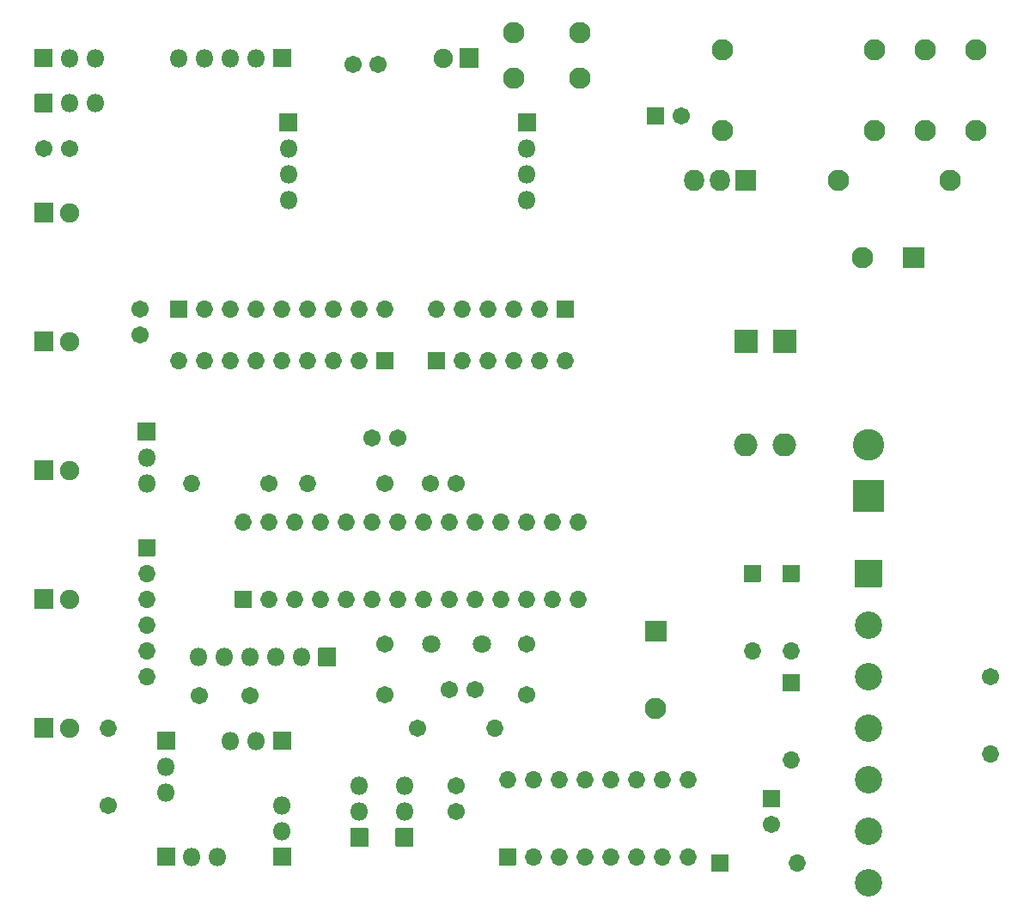
<source format=gbr>
G04 #@! TF.GenerationSoftware,KiCad,Pcbnew,(5.1.9)-1*
G04 #@! TF.CreationDate,2021-04-09T18:55:09-07:00*
G04 #@! TF.ProjectId,DSAMKVID,4453414d-4b56-4494-942e-6b696361645f,rev?*
G04 #@! TF.SameCoordinates,Original*
G04 #@! TF.FileFunction,Soldermask,Bot*
G04 #@! TF.FilePolarity,Negative*
%FSLAX46Y46*%
G04 Gerber Fmt 4.6, Leading zero omitted, Abs format (unit mm)*
G04 Created by KiCad (PCBNEW (5.1.9)-1) date 2021-04-09 18:55:09*
%MOMM*%
%LPD*%
G01*
G04 APERTURE LIST*
%ADD10C,2.702000*%
%ADD11O,1.702000X1.702000*%
%ADD12C,1.702000*%
%ADD13C,3.102000*%
%ADD14C,1.902000*%
%ADD15O,1.802000X1.802000*%
%ADD16C,2.102000*%
%ADD17C,1.802000*%
%ADD18O,2.302000X2.302000*%
%ADD19O,2.007000X2.102000*%
G04 APERTURE END LIST*
D10*
X181610000Y-137795000D03*
X181610000Y-132715000D03*
X181610000Y-127635000D03*
X181610000Y-122555000D03*
X181610000Y-117475000D03*
X181610000Y-112395000D03*
G36*
G01*
X180310000Y-105964000D02*
X182910000Y-105964000D01*
G75*
G02*
X182961000Y-106015000I0J-51000D01*
G01*
X182961000Y-108615000D01*
G75*
G02*
X182910000Y-108666000I-51000J0D01*
G01*
X180310000Y-108666000D01*
G75*
G02*
X180259000Y-108615000I0J51000D01*
G01*
X180259000Y-106015000D01*
G75*
G02*
X180310000Y-105964000I51000J0D01*
G01*
G37*
D11*
X139065000Y-81280000D03*
X141605000Y-81280000D03*
X144145000Y-81280000D03*
X146685000Y-81280000D03*
X149225000Y-81280000D03*
G36*
G01*
X152616000Y-80480000D02*
X152616000Y-82080000D01*
G75*
G02*
X152565000Y-82131000I-51000J0D01*
G01*
X150965000Y-82131000D01*
G75*
G02*
X150914000Y-82080000I0J51000D01*
G01*
X150914000Y-80480000D01*
G75*
G02*
X150965000Y-80429000I51000J0D01*
G01*
X152565000Y-80429000D01*
G75*
G02*
X152616000Y-80480000I0J-51000D01*
G01*
G37*
X151765000Y-86360000D03*
X149225000Y-86360000D03*
X146685000Y-86360000D03*
X144145000Y-86360000D03*
X141605000Y-86360000D03*
G36*
G01*
X138214000Y-87160000D02*
X138214000Y-85560000D01*
G75*
G02*
X138265000Y-85509000I51000J0D01*
G01*
X139865000Y-85509000D01*
G75*
G02*
X139916000Y-85560000I0J-51000D01*
G01*
X139916000Y-87160000D01*
G75*
G02*
X139865000Y-87211000I-51000J0D01*
G01*
X138265000Y-87211000D01*
G75*
G02*
X138214000Y-87160000I0J51000D01*
G01*
G37*
D12*
X115650000Y-119380000D03*
X120650000Y-119380000D03*
X109855000Y-83780000D03*
X109855000Y-81280000D03*
X135215000Y-93980000D03*
X132715000Y-93980000D03*
X100370000Y-65405000D03*
X102870000Y-65405000D03*
X133310000Y-57150000D03*
X130810000Y-57150000D03*
X142835000Y-118745000D03*
X140335000Y-118745000D03*
X140970000Y-130770000D03*
X140970000Y-128270000D03*
X138470000Y-98425000D03*
X140970000Y-98425000D03*
D13*
X181610000Y-94615000D03*
G36*
G01*
X183110000Y-101246000D02*
X180110000Y-101246000D01*
G75*
G02*
X180059000Y-101195000I0J51000D01*
G01*
X180059000Y-98195000D01*
G75*
G02*
X180110000Y-98144000I51000J0D01*
G01*
X183110000Y-98144000D01*
G75*
G02*
X183161000Y-98195000I0J-51000D01*
G01*
X183161000Y-101195000D01*
G75*
G02*
X183110000Y-101246000I-51000J0D01*
G01*
G37*
G36*
G01*
X120815000Y-110706000D02*
X119215000Y-110706000D01*
G75*
G02*
X119164000Y-110655000I0J51000D01*
G01*
X119164000Y-109055000D01*
G75*
G02*
X119215000Y-109004000I51000J0D01*
G01*
X120815000Y-109004000D01*
G75*
G02*
X120866000Y-109055000I0J-51000D01*
G01*
X120866000Y-110655000D01*
G75*
G02*
X120815000Y-110706000I-51000J0D01*
G01*
G37*
D11*
X153035000Y-102235000D03*
X122555000Y-109855000D03*
X150495000Y-102235000D03*
X125095000Y-109855000D03*
X147955000Y-102235000D03*
X127635000Y-109855000D03*
X145415000Y-102235000D03*
X130175000Y-109855000D03*
X142875000Y-102235000D03*
X132715000Y-109855000D03*
X140335000Y-102235000D03*
X135255000Y-109855000D03*
X137795000Y-102235000D03*
X137795000Y-109855000D03*
X135255000Y-102235000D03*
X140335000Y-109855000D03*
X132715000Y-102235000D03*
X142875000Y-109855000D03*
X130175000Y-102235000D03*
X145415000Y-109855000D03*
X127635000Y-102235000D03*
X147955000Y-109855000D03*
X125095000Y-102235000D03*
X150495000Y-109855000D03*
X122555000Y-102235000D03*
X153035000Y-109855000D03*
X120015000Y-102235000D03*
D14*
X102870000Y-84455000D03*
G36*
G01*
X99379000Y-85355000D02*
X99379000Y-83555000D01*
G75*
G02*
X99430000Y-83504000I51000J0D01*
G01*
X101230000Y-83504000D01*
G75*
G02*
X101281000Y-83555000I0J-51000D01*
G01*
X101281000Y-85355000D01*
G75*
G02*
X101230000Y-85406000I-51000J0D01*
G01*
X99430000Y-85406000D01*
G75*
G02*
X99379000Y-85355000I0J51000D01*
G01*
G37*
G36*
G01*
X109589000Y-94195000D02*
X109589000Y-92495000D01*
G75*
G02*
X109640000Y-92444000I51000J0D01*
G01*
X111340000Y-92444000D01*
G75*
G02*
X111391000Y-92495000I0J-51000D01*
G01*
X111391000Y-94195000D01*
G75*
G02*
X111340000Y-94246000I-51000J0D01*
G01*
X109640000Y-94246000D01*
G75*
G02*
X109589000Y-94195000I0J51000D01*
G01*
G37*
D15*
X110490000Y-95885000D03*
X110490000Y-98425000D03*
D11*
X144780000Y-122555000D03*
D12*
X137160000Y-122555000D03*
D15*
X147955000Y-70485000D03*
X147955000Y-67945000D03*
X147955000Y-65405000D03*
G36*
G01*
X147054000Y-63715000D02*
X147054000Y-62015000D01*
G75*
G02*
X147105000Y-61964000I51000J0D01*
G01*
X148805000Y-61964000D01*
G75*
G02*
X148856000Y-62015000I0J-51000D01*
G01*
X148856000Y-63715000D01*
G75*
G02*
X148805000Y-63766000I-51000J0D01*
G01*
X147105000Y-63766000D01*
G75*
G02*
X147054000Y-63715000I0J51000D01*
G01*
G37*
X124460000Y-70485000D03*
X124460000Y-67945000D03*
X124460000Y-65405000D03*
G36*
G01*
X123559000Y-63715000D02*
X123559000Y-62015000D01*
G75*
G02*
X123610000Y-61964000I51000J0D01*
G01*
X125310000Y-61964000D01*
G75*
G02*
X125361000Y-62015000I0J-51000D01*
G01*
X125361000Y-63715000D01*
G75*
G02*
X125310000Y-63766000I-51000J0D01*
G01*
X123610000Y-63766000D01*
G75*
G02*
X123559000Y-63715000I0J51000D01*
G01*
G37*
G36*
G01*
X109690000Y-103924000D02*
X111290000Y-103924000D01*
G75*
G02*
X111341000Y-103975000I0J-51000D01*
G01*
X111341000Y-105575000D01*
G75*
G02*
X111290000Y-105626000I-51000J0D01*
G01*
X109690000Y-105626000D01*
G75*
G02*
X109639000Y-105575000I0J51000D01*
G01*
X109639000Y-103975000D01*
G75*
G02*
X109690000Y-103924000I51000J0D01*
G01*
G37*
D11*
X110490000Y-107315000D03*
X110490000Y-109855000D03*
X110490000Y-112395000D03*
X110490000Y-114935000D03*
X110490000Y-117475000D03*
X193675000Y-125095000D03*
D12*
X193675000Y-117475000D03*
D11*
X113665000Y-86360000D03*
X116205000Y-86360000D03*
X118745000Y-86360000D03*
X121285000Y-86360000D03*
X123825000Y-86360000D03*
X126365000Y-86360000D03*
X128905000Y-86360000D03*
X131445000Y-86360000D03*
G36*
G01*
X134836000Y-85560000D02*
X134836000Y-87160000D01*
G75*
G02*
X134785000Y-87211000I-51000J0D01*
G01*
X133185000Y-87211000D01*
G75*
G02*
X133134000Y-87160000I0J51000D01*
G01*
X133134000Y-85560000D01*
G75*
G02*
X133185000Y-85509000I51000J0D01*
G01*
X134785000Y-85509000D01*
G75*
G02*
X134836000Y-85560000I0J-51000D01*
G01*
G37*
D16*
X160655000Y-120630000D03*
G36*
G01*
X159655000Y-111979000D02*
X161655000Y-111979000D01*
G75*
G02*
X161706000Y-112030000I0J-51000D01*
G01*
X161706000Y-114030000D01*
G75*
G02*
X161655000Y-114081000I-51000J0D01*
G01*
X159655000Y-114081000D01*
G75*
G02*
X159604000Y-114030000I0J51000D01*
G01*
X159604000Y-112030000D01*
G75*
G02*
X159655000Y-111979000I51000J0D01*
G01*
G37*
D11*
X126365000Y-98425000D03*
D12*
X133985000Y-98425000D03*
D11*
X133985000Y-81280000D03*
X131445000Y-81280000D03*
X128905000Y-81280000D03*
X126365000Y-81280000D03*
X123825000Y-81280000D03*
X121285000Y-81280000D03*
X118745000Y-81280000D03*
X116205000Y-81280000D03*
G36*
G01*
X112814000Y-82080000D02*
X112814000Y-80480000D01*
G75*
G02*
X112865000Y-80429000I51000J0D01*
G01*
X114465000Y-80429000D01*
G75*
G02*
X114516000Y-80480000I0J-51000D01*
G01*
X114516000Y-82080000D01*
G75*
G02*
X114465000Y-82131000I-51000J0D01*
G01*
X112865000Y-82131000D01*
G75*
G02*
X112814000Y-82080000I0J51000D01*
G01*
G37*
X170180000Y-114935000D03*
G36*
G01*
X169380000Y-106464000D02*
X170980000Y-106464000D01*
G75*
G02*
X171031000Y-106515000I0J-51000D01*
G01*
X171031000Y-108115000D01*
G75*
G02*
X170980000Y-108166000I-51000J0D01*
G01*
X169380000Y-108166000D01*
G75*
G02*
X169329000Y-108115000I0J51000D01*
G01*
X169329000Y-106515000D01*
G75*
G02*
X169380000Y-106464000I51000J0D01*
G01*
G37*
X173990000Y-114935000D03*
G36*
G01*
X173190000Y-106464000D02*
X174790000Y-106464000D01*
G75*
G02*
X174841000Y-106515000I0J-51000D01*
G01*
X174841000Y-108115000D01*
G75*
G02*
X174790000Y-108166000I-51000J0D01*
G01*
X173190000Y-108166000D01*
G75*
G02*
X173139000Y-108115000I0J51000D01*
G01*
X173139000Y-106515000D01*
G75*
G02*
X173190000Y-106464000I51000J0D01*
G01*
G37*
D15*
X123825000Y-130175000D03*
X123825000Y-132715000D03*
G36*
G01*
X124726000Y-134405000D02*
X124726000Y-136105000D01*
G75*
G02*
X124675000Y-136156000I-51000J0D01*
G01*
X122975000Y-136156000D01*
G75*
G02*
X122924000Y-136105000I0J51000D01*
G01*
X122924000Y-134405000D01*
G75*
G02*
X122975000Y-134354000I51000J0D01*
G01*
X124675000Y-134354000D01*
G75*
G02*
X124726000Y-134405000I0J-51000D01*
G01*
G37*
X117475000Y-135255000D03*
X114935000Y-135255000D03*
G36*
G01*
X113245000Y-136156000D02*
X111545000Y-136156000D01*
G75*
G02*
X111494000Y-136105000I0J51000D01*
G01*
X111494000Y-134405000D01*
G75*
G02*
X111545000Y-134354000I51000J0D01*
G01*
X113245000Y-134354000D01*
G75*
G02*
X113296000Y-134405000I0J-51000D01*
G01*
X113296000Y-136105000D01*
G75*
G02*
X113245000Y-136156000I-51000J0D01*
G01*
G37*
X112395000Y-128905000D03*
X112395000Y-126365000D03*
G36*
G01*
X111494000Y-124675000D02*
X111494000Y-122975000D01*
G75*
G02*
X111545000Y-122924000I51000J0D01*
G01*
X113245000Y-122924000D01*
G75*
G02*
X113296000Y-122975000I0J-51000D01*
G01*
X113296000Y-124675000D01*
G75*
G02*
X113245000Y-124726000I-51000J0D01*
G01*
X111545000Y-124726000D01*
G75*
G02*
X111494000Y-124675000I0J51000D01*
G01*
G37*
X118745000Y-123825000D03*
X121285000Y-123825000D03*
G36*
G01*
X122975000Y-122924000D02*
X124675000Y-122924000D01*
G75*
G02*
X124726000Y-122975000I0J-51000D01*
G01*
X124726000Y-124675000D01*
G75*
G02*
X124675000Y-124726000I-51000J0D01*
G01*
X122975000Y-124726000D01*
G75*
G02*
X122924000Y-124675000I0J51000D01*
G01*
X122924000Y-122975000D01*
G75*
G02*
X122975000Y-122924000I51000J0D01*
G01*
G37*
X135890000Y-128270000D03*
X135890000Y-130810000D03*
G36*
G01*
X136791000Y-132500000D02*
X136791000Y-134200000D01*
G75*
G02*
X136740000Y-134251000I-51000J0D01*
G01*
X135040000Y-134251000D01*
G75*
G02*
X134989000Y-134200000I0J51000D01*
G01*
X134989000Y-132500000D01*
G75*
G02*
X135040000Y-132449000I51000J0D01*
G01*
X136740000Y-132449000D01*
G75*
G02*
X136791000Y-132500000I0J-51000D01*
G01*
G37*
X131445000Y-128270000D03*
X131445000Y-130810000D03*
G36*
G01*
X132346000Y-132500000D02*
X132346000Y-134200000D01*
G75*
G02*
X132295000Y-134251000I-51000J0D01*
G01*
X130595000Y-134251000D01*
G75*
G02*
X130544000Y-134200000I0J51000D01*
G01*
X130544000Y-132500000D01*
G75*
G02*
X130595000Y-132449000I51000J0D01*
G01*
X132295000Y-132449000D01*
G75*
G02*
X132346000Y-132500000I0J-51000D01*
G01*
G37*
X105410000Y-60960000D03*
X102870000Y-60960000D03*
G36*
G01*
X101180000Y-61861000D02*
X99480000Y-61861000D01*
G75*
G02*
X99429000Y-61810000I0J51000D01*
G01*
X99429000Y-60110000D01*
G75*
G02*
X99480000Y-60059000I51000J0D01*
G01*
X101180000Y-60059000D01*
G75*
G02*
X101231000Y-60110000I0J-51000D01*
G01*
X101231000Y-61810000D01*
G75*
G02*
X101180000Y-61861000I-51000J0D01*
G01*
G37*
X105410000Y-56515000D03*
X102870000Y-56515000D03*
G36*
G01*
X101180000Y-57416000D02*
X99480000Y-57416000D01*
G75*
G02*
X99429000Y-57365000I0J51000D01*
G01*
X99429000Y-55665000D01*
G75*
G02*
X99480000Y-55614000I51000J0D01*
G01*
X101180000Y-55614000D01*
G75*
G02*
X101231000Y-55665000I0J-51000D01*
G01*
X101231000Y-57365000D01*
G75*
G02*
X101180000Y-57416000I-51000J0D01*
G01*
G37*
D17*
X143510000Y-114300000D03*
X138510000Y-114300000D03*
G36*
G01*
X146850000Y-136106000D02*
X145250000Y-136106000D01*
G75*
G02*
X145199000Y-136055000I0J51000D01*
G01*
X145199000Y-134455000D01*
G75*
G02*
X145250000Y-134404000I51000J0D01*
G01*
X146850000Y-134404000D01*
G75*
G02*
X146901000Y-134455000I0J-51000D01*
G01*
X146901000Y-136055000D01*
G75*
G02*
X146850000Y-136106000I-51000J0D01*
G01*
G37*
D11*
X163830000Y-127635000D03*
X148590000Y-135255000D03*
X161290000Y-127635000D03*
X151130000Y-135255000D03*
X158750000Y-127635000D03*
X153670000Y-135255000D03*
X156210000Y-127635000D03*
X156210000Y-135255000D03*
X153670000Y-127635000D03*
X158750000Y-135255000D03*
X151130000Y-127635000D03*
X161290000Y-135255000D03*
X148590000Y-127635000D03*
X163830000Y-135255000D03*
X146050000Y-127635000D03*
G36*
G01*
X171285000Y-128689000D02*
X172885000Y-128689000D01*
G75*
G02*
X172936000Y-128740000I0J-51000D01*
G01*
X172936000Y-130340000D01*
G75*
G02*
X172885000Y-130391000I-51000J0D01*
G01*
X171285000Y-130391000D01*
G75*
G02*
X171234000Y-130340000I0J51000D01*
G01*
X171234000Y-128740000D01*
G75*
G02*
X171285000Y-128689000I51000J0D01*
G01*
G37*
D12*
X172085000Y-132040000D03*
D16*
X153185000Y-53975000D03*
X153185000Y-58475000D03*
X146685000Y-53975000D03*
X146685000Y-58475000D03*
D12*
X147955000Y-119300000D03*
X147955000Y-114300000D03*
X133985000Y-114300000D03*
X133985000Y-119300000D03*
G36*
G01*
X187106000Y-75200000D02*
X187106000Y-77200000D01*
G75*
G02*
X187055000Y-77251000I-51000J0D01*
G01*
X185055000Y-77251000D01*
G75*
G02*
X185004000Y-77200000I0J51000D01*
G01*
X185004000Y-75200000D01*
G75*
G02*
X185055000Y-75149000I51000J0D01*
G01*
X187055000Y-75149000D01*
G75*
G02*
X187106000Y-75200000I0J-51000D01*
G01*
G37*
D16*
X181055000Y-76200000D03*
D12*
X163155000Y-62230000D03*
G36*
G01*
X159804000Y-63030000D02*
X159804000Y-61430000D01*
G75*
G02*
X159855000Y-61379000I51000J0D01*
G01*
X161455000Y-61379000D01*
G75*
G02*
X161506000Y-61430000I0J-51000D01*
G01*
X161506000Y-63030000D01*
G75*
G02*
X161455000Y-63081000I-51000J0D01*
G01*
X159855000Y-63081000D01*
G75*
G02*
X159804000Y-63030000I0J51000D01*
G01*
G37*
G36*
G01*
X99379000Y-72655000D02*
X99379000Y-70855000D01*
G75*
G02*
X99430000Y-70804000I51000J0D01*
G01*
X101230000Y-70804000D01*
G75*
G02*
X101281000Y-70855000I0J-51000D01*
G01*
X101281000Y-72655000D01*
G75*
G02*
X101230000Y-72706000I-51000J0D01*
G01*
X99430000Y-72706000D01*
G75*
G02*
X99379000Y-72655000I0J51000D01*
G01*
G37*
D14*
X102870000Y-71755000D03*
X102870000Y-97155000D03*
G36*
G01*
X99379000Y-98055000D02*
X99379000Y-96255000D01*
G75*
G02*
X99430000Y-96204000I51000J0D01*
G01*
X101230000Y-96204000D01*
G75*
G02*
X101281000Y-96255000I0J-51000D01*
G01*
X101281000Y-98055000D01*
G75*
G02*
X101230000Y-98106000I-51000J0D01*
G01*
X99430000Y-98106000D01*
G75*
G02*
X99379000Y-98055000I0J51000D01*
G01*
G37*
G36*
G01*
X99379000Y-110755000D02*
X99379000Y-108955000D01*
G75*
G02*
X99430000Y-108904000I51000J0D01*
G01*
X101230000Y-108904000D01*
G75*
G02*
X101281000Y-108955000I0J-51000D01*
G01*
X101281000Y-110755000D01*
G75*
G02*
X101230000Y-110806000I-51000J0D01*
G01*
X99430000Y-110806000D01*
G75*
G02*
X99379000Y-110755000I0J51000D01*
G01*
G37*
X102870000Y-109855000D03*
G36*
G01*
X99379000Y-123455000D02*
X99379000Y-121655000D01*
G75*
G02*
X99430000Y-121604000I51000J0D01*
G01*
X101230000Y-121604000D01*
G75*
G02*
X101281000Y-121655000I0J-51000D01*
G01*
X101281000Y-123455000D01*
G75*
G02*
X101230000Y-123506000I-51000J0D01*
G01*
X99430000Y-123506000D01*
G75*
G02*
X99379000Y-123455000I0J51000D01*
G01*
G37*
X102870000Y-122555000D03*
G36*
G01*
X168445000Y-83304000D02*
X170645000Y-83304000D01*
G75*
G02*
X170696000Y-83355000I0J-51000D01*
G01*
X170696000Y-85555000D01*
G75*
G02*
X170645000Y-85606000I-51000J0D01*
G01*
X168445000Y-85606000D01*
G75*
G02*
X168394000Y-85555000I0J51000D01*
G01*
X168394000Y-83355000D01*
G75*
G02*
X168445000Y-83304000I51000J0D01*
G01*
G37*
D18*
X169545000Y-94615000D03*
X173355000Y-94615000D03*
G36*
G01*
X172255000Y-83304000D02*
X174455000Y-83304000D01*
G75*
G02*
X174506000Y-83355000I0J-51000D01*
G01*
X174506000Y-85555000D01*
G75*
G02*
X174455000Y-85606000I-51000J0D01*
G01*
X172255000Y-85606000D01*
G75*
G02*
X172204000Y-85555000I0J51000D01*
G01*
X172204000Y-83355000D01*
G75*
G02*
X172255000Y-83304000I51000J0D01*
G01*
G37*
D11*
X174625000Y-135890000D03*
G36*
G01*
X166154000Y-136690000D02*
X166154000Y-135090000D01*
G75*
G02*
X166205000Y-135039000I51000J0D01*
G01*
X167805000Y-135039000D01*
G75*
G02*
X167856000Y-135090000I0J-51000D01*
G01*
X167856000Y-136690000D01*
G75*
G02*
X167805000Y-136741000I-51000J0D01*
G01*
X166205000Y-136741000D01*
G75*
G02*
X166154000Y-136690000I0J51000D01*
G01*
G37*
G36*
G01*
X173190000Y-117259000D02*
X174790000Y-117259000D01*
G75*
G02*
X174841000Y-117310000I0J-51000D01*
G01*
X174841000Y-118910000D01*
G75*
G02*
X174790000Y-118961000I-51000J0D01*
G01*
X173190000Y-118961000D01*
G75*
G02*
X173139000Y-118910000I0J51000D01*
G01*
X173139000Y-117310000D01*
G75*
G02*
X173190000Y-117259000I51000J0D01*
G01*
G37*
X173990000Y-125730000D03*
G36*
G01*
X122975000Y-55614000D02*
X124675000Y-55614000D01*
G75*
G02*
X124726000Y-55665000I0J-51000D01*
G01*
X124726000Y-57365000D01*
G75*
G02*
X124675000Y-57416000I-51000J0D01*
G01*
X122975000Y-57416000D01*
G75*
G02*
X122924000Y-57365000I0J51000D01*
G01*
X122924000Y-55665000D01*
G75*
G02*
X122975000Y-55614000I51000J0D01*
G01*
G37*
D15*
X121285000Y-56515000D03*
X118745000Y-56515000D03*
X116205000Y-56515000D03*
X113665000Y-56515000D03*
D16*
X167205000Y-55690000D03*
X167205000Y-63690000D03*
X182205000Y-55690000D03*
X182205000Y-63690000D03*
X187205000Y-55690000D03*
X187205000Y-63690000D03*
X192205000Y-55690000D03*
X192205000Y-63690000D03*
D12*
X122555000Y-98425000D03*
D11*
X114935000Y-98425000D03*
X106680000Y-122555000D03*
D12*
X106680000Y-130175000D03*
G36*
G01*
X170548500Y-67580000D02*
X170548500Y-69580000D01*
G75*
G02*
X170497500Y-69631000I-51000J0D01*
G01*
X168592500Y-69631000D01*
G75*
G02*
X168541500Y-69580000I0J51000D01*
G01*
X168541500Y-67580000D01*
G75*
G02*
X168592500Y-67529000I51000J0D01*
G01*
X170497500Y-67529000D01*
G75*
G02*
X170548500Y-67580000I0J-51000D01*
G01*
G37*
D19*
X167005000Y-68580000D03*
X164465000Y-68580000D03*
G36*
G01*
X127420000Y-114669000D02*
X129120000Y-114669000D01*
G75*
G02*
X129171000Y-114720000I0J-51000D01*
G01*
X129171000Y-116420000D01*
G75*
G02*
X129120000Y-116471000I-51000J0D01*
G01*
X127420000Y-116471000D01*
G75*
G02*
X127369000Y-116420000I0J51000D01*
G01*
X127369000Y-114720000D01*
G75*
G02*
X127420000Y-114669000I51000J0D01*
G01*
G37*
D15*
X125730000Y-115570000D03*
X123190000Y-115570000D03*
X120650000Y-115570000D03*
X118110000Y-115570000D03*
X115570000Y-115570000D03*
G36*
G01*
X143191000Y-55615000D02*
X143191000Y-57415000D01*
G75*
G02*
X143140000Y-57466000I-51000J0D01*
G01*
X141340000Y-57466000D01*
G75*
G02*
X141289000Y-57415000I0J51000D01*
G01*
X141289000Y-55615000D01*
G75*
G02*
X141340000Y-55564000I51000J0D01*
G01*
X143140000Y-55564000D01*
G75*
G02*
X143191000Y-55615000I0J-51000D01*
G01*
G37*
D14*
X139700000Y-56515000D03*
D16*
X189650000Y-68580000D03*
X178650000Y-68580000D03*
M02*

</source>
